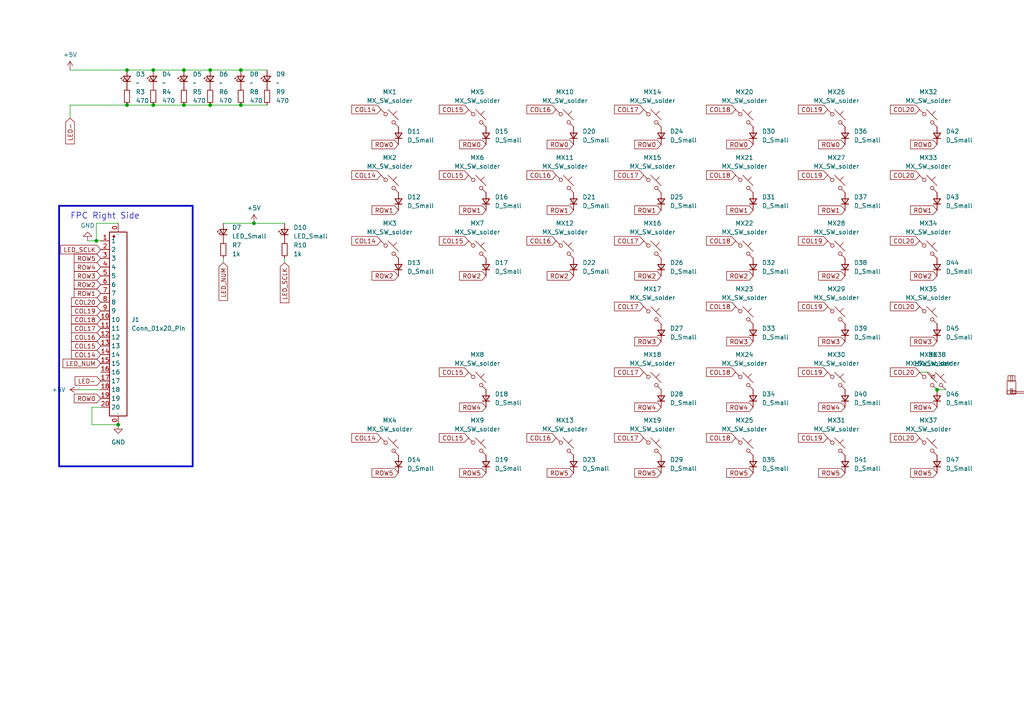
<source format=kicad_sch>
(kicad_sch (version 20231120) (generator "eeschema") (generator_version "8.0")
  (paper "A4")
  (lib_symbols
    (symbol "10051922-1210EHLF:10051922-2010EHLF"
      (property "Reference" "FPC?" (at 0 0 0))
      (property "Value" "10051922-2010EHLF" (at 0 0 0))
      (symbol "10051922-2010EHLF_0_0"
        (rectangle (start -2.54 25.4) (end 2.54 -27.94) (stroke (width 0.254)))
        (circle (center -1.27 24.13) (radius 0.254) (stroke (width 0.254)) (fill (type outline)))
        (pin unspecified line (at 0 -30.48 90) (length 2.54) (name "0") (number "0"))
        (pin unspecified line (at 0 27.94 270) (length 2.54) (name "0") (number "0"))
        (pin unspecified line (at -5.08 22.86 0) (length 2.54) (name "1") (number "1"))
        (pin unspecified line (at -5.08 0 0) (length 2.54) (name "10") (number "10"))
        (pin unspecified line (at -5.08 -2.54 0) (length 2.54) (name "11") (number "11"))
        (pin unspecified line (at -5.08 -5.08 0) (length 2.54) (name "12") (number "12"))
        (pin unspecified line (at -5.08 20.32 0) (length 2.54) (name "2") (number "2"))
        (pin unspecified line (at -5.08 17.78 0) (length 2.54) (name "3") (number "3"))
        (pin unspecified line (at -5.08 15.24 0) (length 2.54) (name "4") (number "4"))
        (pin unspecified line (at -5.08 12.7 0) (length 2.54) (name "5") (number "5"))
        (pin unspecified line (at -5.08 10.16 0) (length 2.54) (name "6") (number "6"))
        (pin unspecified line (at -5.08 7.62 0) (length 2.54) (name "7") (number "7"))
        (pin unspecified line (at -5.08 5.08 0) (length 2.54) (name "8") (number "8"))
        (pin unspecified line (at -5.08 2.54 0) (length 2.54) (name "9") (number "9"))
      )
      (symbol "10051922-2010EHLF_1_0"
        (pin unspecified line (at -5.08 -7.62 0) (length 2.54) (name "13") (number "13"))
        (pin unspecified line (at -5.08 -10.16 0) (length 2.54) (name "14") (number "14"))
        (pin unspecified line (at -5.08 -12.7 0) (length 2.54) (name "15") (number "15"))
        (pin unspecified line (at -5.08 -15.24 0) (length 2.54) (name "16") (number "16"))
        (pin unspecified line (at -5.08 -17.78 0) (length 2.54) (name "17") (number "17"))
        (pin unspecified line (at -5.08 -20.32 0) (length 2.54) (name "18") (number "18"))
        (pin unspecified line (at -5.08 -22.86 0) (length 2.54) (name "19") (number "19"))
        (pin unspecified line (at -5.08 -25.4 0) (length 2.54) (name "20") (number "20"))
      )
    )
    (symbol "Device:D_Small" (pin_numbers hide) (pin_names (offset 0.254) hide)
      (property "Reference" "D" (at -1.27 2.032 0))
      (property "Value" "D_Small" (at -3.81 -2.032 0))
      (symbol "D_Small_0_1"
        (polyline (pts (xy -0.762 -1.016) (xy -0.762 1.016)) (stroke (width 0.254)))
        (polyline (pts (xy -0.762 0) (xy 0.762 0)))
        (polyline (pts (xy 0.762 -1.016) (xy -0.762 0) (xy 0.762 1.016) (xy 0.762 -1.016)) (stroke (width 0.254)))
      )
      (symbol "D_Small_1_1"
        (pin passive line (at -2.54 0 0) (length 1.778) (name "K") (number "1"))
        (pin passive line (at 2.54 0 180) (length 1.778) (name "A") (number "2"))
      )
    )
    (symbol "Device:LED_Small" (pin_numbers hide) (pin_names (offset 0.254) hide)
      (property "Reference" "D" (at -1.27 3.175 0))
      (property "Value" "LED_Small" (at -4.445 -2.54 0))
      (symbol "LED_Small_0_1"
        (polyline (pts (xy -0.762 -1.016) (xy -0.762 1.016)) (stroke (width 0.254)))
        (polyline (pts (xy 1.016 0) (xy -0.762 0)))
        (polyline (pts (xy 0.762 -1.016) (xy -0.762 0) (xy 0.762 1.016) (xy 0.762 -1.016)) (stroke (width 0.254)))
        (polyline (pts (xy 0 0.762) (xy -0.508 1.27) (xy -0.254 1.27) (xy -0.508 1.27) (xy -0.508 1.016)))
        (polyline (pts (xy 0.508 1.27) (xy 0 1.778) (xy 0.254 1.778) (xy 0 1.778) (xy 0 1.524)))
      )
      (symbol "LED_Small_1_1"
        (pin passive line (at -2.54 0 0) (length 1.778) (name "K") (number "1"))
        (pin passive line (at 2.54 0 180) (length 1.778) (name "A") (number "2"))
      )
    )
    (symbol "Device:R_Small" (pin_numbers hide) (pin_names (offset 0.254) hide)
      (property "Reference" "R" (at 0.762 0.508 0))
      (property "Value" "R_Small" (at 0.762 -1.016 0))
      (symbol "R_Small_0_1"
        (rectangle (start -0.762 1.778) (end 0.762 -1.778) (stroke (width 0.2032)))
      )
      (symbol "R_Small_1_1"
        (pin passive line (at 0 2.54 270) (length 0.762) (name "~") (number "1"))
        (pin passive line (at 0 -2.54 90) (length 0.762) (name "~") (number "2"))
      )
    )
    (symbol "PCM_marbastlib-mx:MX_SW_solder" (pin_numbers hide) (pin_names (offset 1.016) hide)
      (property "Reference" "MX" (at 3.048 1.016 0))
      (property "Value" "MX_SW_solder" (at 0 -3.81 0))
      (symbol "MX_SW_solder_0_1"
        (circle (center -1.1684 1.1684) (radius 0.508))
        (polyline (pts (xy -0.508 2.54) (xy 2.54 -0.508)))
        (polyline (pts (xy 1.016 1.016) (xy 2.032 2.032)))
        (polyline (pts (xy -2.54 2.54) (xy -1.524 1.524) (xy -1.524 1.524)))
        (polyline (pts (xy 1.524 -1.524) (xy 2.54 -2.54) (xy 2.54 -2.54) (xy 2.54 -2.54)))
        (circle (center 1.143 -1.1938) (radius 0.508))
        (pin passive line (at -2.54 2.54 0) (length 0) (name "1") (number "1"))
        (pin passive line (at 2.54 -2.54 180) (length 0) (name "2") (number "2"))
      )
    )
    (symbol "PCM_marbastlib-mx:MX_stab" (pin_names (offset 1.016))
      (property "Reference" "S" (at -5.08 6.35 0))
      (property "Value" "MX_stab" (at -5.08 3.81 0))
      (symbol "MX_stab_0_1"
        (rectangle (start -5.08 -1.524) (end -2.54 -2.54))
        (rectangle (start -5.08 1.27) (end -2.54 -2.54))
        (rectangle (start -4.826 2.794) (end -2.794 1.27))
        (rectangle (start -4.064 -2.286) (end -3.556 -1.016))
        (rectangle (start -4.064 -1.778) (end 4.064 -2.286))
        (rectangle (start -4.064 1.27) (end -3.556 2.794))
        (rectangle (start 2.54 -1.524) (end 5.08 -2.54))
        (rectangle (start 2.54 1.27) (end 5.08 -2.54))
        (rectangle (start 2.794 2.794) (end 4.826 1.27))
        (rectangle (start 3.556 1.27) (end 4.064 2.794))
        (rectangle (start 4.064 -2.286) (end 3.556 -1.016))
      )
    )
    (symbol "power:+5V" (power) (pin_names (offset 0))
      (property "Value" "+5V" (at 0 3.556 0))
      (symbol "+5V_0_1"
        (polyline (pts (xy -0.762 1.27) (xy 0 2.54)))
        (polyline (pts (xy 0 0) (xy 0 2.54)))
        (polyline (pts (xy 0 2.54) (xy 0.762 1.27)))
      )
      (symbol "+5V_1_1"
        (pin power_in line (at 0 0 90) (length 0) hide (name "+5V") (number "1"))
      )
    )
    (symbol "power:GND" (power) (pin_names (offset 0))
      (property "Value" "GND" (at 0 -3.81 0))
      (symbol "GND_0_1"
        (polyline (pts (xy 0 0) (xy 0 -1.27) (xy 1.27 -1.27) (xy 0 -2.54) (xy -1.27 -1.27) (xy 0 -1.27)))
      )
      (symbol "GND_1_1"
        (pin power_in line (at 0 0 270) (length 0) hide (name "GND") (number "1"))
      )
    )
  )
  (junction (at 60.96 20.32))
  (junction (at 36.83 30.48))
  (junction (at 53.34 30.48))
  (junction (at 53.34 20.32))
  (junction (at 271.78 113.03))
  (junction (at 69.85 20.32))
  (junction (at 44.45 20.32))
  (junction (at 60.96 30.48))
  (junction (at 73.66 64.77))
  (junction (at 36.83 20.32))
  (junction (at 34.29 123.19))
  (junction (at 27.94 69.85))
  (junction (at 44.45 30.48))
  (junction (at 69.85 30.48))
  (wire (pts (xy 25.4 69.85) (xy 27.94 69.85)))
  (wire (pts (xy 73.66 64.77) (xy 82.55 64.77)))
  (wire (pts (xy 44.45 30.48) (xy 53.34 30.48)))
  (wire (pts (xy 26.67 118.11) (xy 29.21 118.11)))
  (wire (pts (xy 27.94 69.85) (xy 27.94 64.77)))
  (wire (pts (xy 26.67 123.19) (xy 34.29 123.19)))
  (wire (pts (xy 266.7 107.95) (xy 269.24 107.95)))
  (wire (pts (xy 36.83 30.48) (xy 44.45 30.48)))
  (wire (pts (xy 53.34 30.48) (xy 60.96 30.48)))
  (wire (pts (xy 82.55 74.93) (xy 82.55 76.2)))
  (wire (pts (xy 69.85 20.32) (xy 77.47 20.32)))
  (wire (pts (xy 271.78 113.03) (xy 274.32 113.03)))
  (wire (pts (xy 26.67 118.11) (xy 26.67 123.19)))
  (wire (pts (xy 20.32 20.32) (xy 36.83 20.32)))
  (wire (pts (xy 22.86 113.03) (xy 29.21 113.03)))
  (wire (pts (xy 27.94 64.77) (xy 34.29 64.77)))
  (wire (pts (xy 53.34 20.32) (xy 60.96 20.32)))
  (wire (pts (xy 20.32 30.48) (xy 20.32 34.29)))
  (wire (pts (xy 64.77 64.77) (xy 73.66 64.77)))
  (wire (pts (xy 69.85 30.48) (xy 77.47 30.48)))
  (wire (pts (xy 60.96 30.48) (xy 69.85 30.48)))
  (wire (pts (xy 64.77 74.93) (xy 64.77 76.2)))
  (wire (pts (xy 44.45 20.32) (xy 53.34 20.32)))
  (wire (pts (xy 36.83 20.32) (xy 44.45 20.32)))
  (wire (pts (xy 60.96 20.32) (xy 69.85 20.32)))
  (wire (pts (xy 20.32 30.48) (xy 36.83 30.48)))
  (wire (pts (xy 27.94 69.85) (xy 29.21 69.85)))
  (rectangle (start 17.145 59.69) (end 55.88 135.255) (stroke (width 0.5)))
  (text "FPC Right Side" (at 30.48 62.738 0) (effects (font (size 1.75 1.75))))
  (global_label "LED-" (shape input) (at 29.21 110.49 180) (property "Intersheetrefs" "${INTERSHEET_REFS}" (effects (hide yes))))
  (global_label "ROW0" (shape input) (at 245.11 41.91 180) (property "Intersheetrefs" "${INTERSHEET_REFS}" (effects (hide yes))))
  (global_label "COL19" (shape input) (at 240.03 50.8 180) (property "Intersheetrefs" "${INTERSHEET_REFS}" (effects (hide yes))))
  (global_label "COL14" (shape input) (at 110.49 127 180) (property "Intersheetrefs" "${INTERSHEET_REFS}" (effects (hide yes))))
  (global_label "COL15" (shape input) (at 135.89 107.95 180) (property "Intersheetrefs" "${INTERSHEET_REFS}" (effects (hide yes))))
  (global_label "ROW0" (shape input) (at 166.37 41.91 180) (property "Intersheetrefs" "${INTERSHEET_REFS}" (effects (hide yes))))
  (global_label "COL17" (shape input) (at 186.69 107.95 180) (property "Intersheetrefs" "${INTERSHEET_REFS}" (effects (hide yes))))
  (global_label "ROW3" (shape input) (at 191.77 99.06 180) (property "Intersheetrefs" "${INTERSHEET_REFS}" (effects (hide yes))))
  (global_label "ROW5" (shape input) (at 218.44 137.16 180) (property "Intersheetrefs" "${INTERSHEET_REFS}" (effects (hide yes))))
  (global_label "ROW5" (shape input) (at 166.37 137.16 180) (property "Intersheetrefs" "${INTERSHEET_REFS}" (effects (hide yes))))
  (global_label "ROW5" (shape input) (at 245.11 137.16 180) (property "Intersheetrefs" "${INTERSHEET_REFS}" (effects (hide yes))))
  (global_label "COL14" (shape input) (at 29.21 102.87 180) (property "Intersheetrefs" "${INTERSHEET_REFS}" (effects (hide yes))))
  (global_label "COL20" (shape input) (at 266.7 88.9 180) (property "Intersheetrefs" "${INTERSHEET_REFS}" (effects (hide yes))))
  (global_label "COL17" (shape input) (at 186.69 31.75 180) (property "Intersheetrefs" "${INTERSHEET_REFS}" (effects (hide yes))))
  (global_label "COL17" (shape input) (at 186.69 88.9 180) (property "Intersheetrefs" "${INTERSHEET_REFS}" (effects (hide yes))))
  (global_label "COL20" (shape input) (at 29.21 87.63 180) (property "Intersheetrefs" "${INTERSHEET_REFS}" (effects (hide yes))))
  (global_label "ROW2" (shape input) (at 245.11 80.01 180) (property "Intersheetrefs" "${INTERSHEET_REFS}" (effects (hide yes))))
  (global_label "ROW1" (shape input) (at 191.77 60.96 180) (property "Intersheetrefs" "${INTERSHEET_REFS}" (effects (hide yes))))
  (global_label "COL18" (shape input) (at 213.36 31.75 180) (property "Intersheetrefs" "${INTERSHEET_REFS}" (effects (hide yes))))
  (global_label "COL20" (shape input) (at 266.7 50.8 180) (property "Intersheetrefs" "${INTERSHEET_REFS}" (effects (hide yes))))
  (global_label "COL17" (shape input) (at 29.21 95.25 180) (property "Intersheetrefs" "${INTERSHEET_REFS}" (effects (hide yes))))
  (global_label "COL20" (shape input) (at 266.7 127 180) (property "Intersheetrefs" "${INTERSHEET_REFS}" (effects (hide yes))))
  (global_label "ROW2" (shape input) (at 140.97 80.01 180) (property "Intersheetrefs" "${INTERSHEET_REFS}" (effects (hide yes))))
  (global_label "COL15" (shape input) (at 135.89 69.85 180) (property "Intersheetrefs" "${INTERSHEET_REFS}" (effects (hide yes))))
  (global_label "LED_SCLK" (shape input) (at 29.21 72.39 180) (property "Intersheetrefs" "${INTERSHEET_REFS}" (effects (hide yes))))
  (global_label "ROW3" (shape input) (at 29.21 80.01 180) (property "Intersheetrefs" "${INTERSHEET_REFS}" (effects (hide yes))))
  (global_label "COL20" (shape input) (at 266.7 31.75 180) (property "Intersheetrefs" "${INTERSHEET_REFS}" (effects (hide yes))))
  (global_label "COL15" (shape input) (at 29.21 100.33 180) (property "Intersheetrefs" "${INTERSHEET_REFS}" (effects (hide yes))))
  (global_label "ROW4" (shape input) (at 140.97 118.11 180) (property "Intersheetrefs" "${INTERSHEET_REFS}" (effects (hide yes))))
  (global_label "ROW4" (shape input) (at 245.11 118.11 180) (property "Intersheetrefs" "${INTERSHEET_REFS}" (effects (hide yes))))
  (global_label "ROW1" (shape input) (at 245.11 60.96 180) (property "Intersheetrefs" "${INTERSHEET_REFS}" (effects (hide yes))))
  (global_label "COL16" (shape input) (at 161.29 69.85 180) (property "Intersheetrefs" "${INTERSHEET_REFS}" (effects (hide yes))))
  (global_label "ROW0" (shape input) (at 140.97 41.91 180) (property "Intersheetrefs" "${INTERSHEET_REFS}" (effects (hide yes))))
  (global_label "COL19" (shape input) (at 240.03 31.75 180) (property "Intersheetrefs" "${INTERSHEET_REFS}" (effects (hide yes))))
  (global_label "ROW2" (shape input) (at 166.37 80.01 180) (property "Intersheetrefs" "${INTERSHEET_REFS}" (effects (hide yes))))
  (global_label "LED-" (shape input) (at 20.32 34.29 270) (property "Intersheetrefs" "${INTERSHEET_REFS}" (effects (hide yes))))
  (global_label "COL14" (shape input) (at 110.49 31.75 180) (property "Intersheetrefs" "${INTERSHEET_REFS}" (effects (hide yes))))
  (global_label "ROW4" (shape input) (at 218.44 118.11 180) (property "Intersheetrefs" "${INTERSHEET_REFS}" (effects (hide yes))))
  (global_label "ROW1" (shape input) (at 166.37 60.96 180) (property "Intersheetrefs" "${INTERSHEET_REFS}" (effects (hide yes))))
  (global_label "ROW3" (shape input) (at 271.78 99.06 180) (property "Intersheetrefs" "${INTERSHEET_REFS}" (effects (hide yes))))
  (global_label "ROW0" (shape input) (at 29.21 115.57 180) (property "Intersheetrefs" "${INTERSHEET_REFS}" (effects (hide yes))))
  (global_label "ROW5" (shape input) (at 29.21 74.93 180) (property "Intersheetrefs" "${INTERSHEET_REFS}" (effects (hide yes))))
  (global_label "COL14" (shape input) (at 110.49 69.85 180) (property "Intersheetrefs" "${INTERSHEET_REFS}" (effects (hide yes))))
  (global_label "COL18" (shape input) (at 213.36 107.95 180) (property "Intersheetrefs" "${INTERSHEET_REFS}" (effects (hide yes))))
  (global_label "COL16" (shape input) (at 161.29 31.75 180) (property "Intersheetrefs" "${INTERSHEET_REFS}" (effects (hide yes))))
  (global_label "ROW3" (shape input) (at 245.11 99.06 180) (property "Intersheetrefs" "${INTERSHEET_REFS}" (effects (hide yes))))
  (global_label "LED_NUM" (shape input) (at 29.21 105.41 180) (property "Intersheetrefs" "${INTERSHEET_REFS}" (effects (hide yes))))
  (global_label "ROW5" (shape input) (at 115.57 137.16 180) (property "Intersheetrefs" "${INTERSHEET_REFS}" (effects (hide yes))))
  (global_label "ROW3" (shape input) (at 218.44 99.06 180) (property "Intersheetrefs" "${INTERSHEET_REFS}" (effects (hide yes))))
  (global_label "COL16" (shape input) (at 161.29 50.8 180) (property "Intersheetrefs" "${INTERSHEET_REFS}" (effects (hide yes))))
  (global_label "COL19" (shape input) (at 240.03 127 180) (property "Intersheetrefs" "${INTERSHEET_REFS}" (effects (hide yes))))
  (global_label "COL19" (shape input) (at 240.03 88.9 180) (property "Intersheetrefs" "${INTERSHEET_REFS}" (effects (hide yes))))
  (global_label "COL17" (shape input) (at 186.69 50.8 180) (property "Intersheetrefs" "${INTERSHEET_REFS}" (effects (hide yes))))
  (global_label "COL18" (shape input) (at 29.21 92.71 180) (property "Intersheetrefs" "${INTERSHEET_REFS}" (effects (hide yes))))
  (global_label "COL18" (shape input) (at 213.36 127 180) (property "Intersheetrefs" "${INTERSHEET_REFS}" (effects (hide yes))))
  (global_label "COL15" (shape input) (at 135.89 31.75 180) (property "Intersheetrefs" "${INTERSHEET_REFS}" (effects (hide yes))))
  (global_label "COL18" (shape input) (at 213.36 50.8 180) (property "Intersheetrefs" "${INTERSHEET_REFS}" (effects (hide yes))))
  (global_label "ROW4" (shape input) (at 29.21 77.47 180) (property "Intersheetrefs" "${INTERSHEET_REFS}" (effects (hide yes))))
  (global_label "ROW1" (shape input) (at 271.78 60.96 180) (property "Intersheetrefs" "${INTERSHEET_REFS}" (effects (hide yes))))
  (global_label "ROW1" (shape input) (at 140.97 60.96 180) (property "Intersheetrefs" "${INTERSHEET_REFS}" (effects (hide yes))))
  (global_label "COL19" (shape input) (at 240.03 107.95 180) (property "Intersheetrefs" "${INTERSHEET_REFS}" (effects (hide yes))))
  (global_label "COL15" (shape input) (at 135.89 50.8 180) (property "Intersheetrefs" "${INTERSHEET_REFS}" (effects (hide yes))))
  (global_label "ROW5" (shape input) (at 191.77 137.16 180) (property "Intersheetrefs" "${INTERSHEET_REFS}" (effects (hide yes))))
  (global_label "COL20" (shape input) (at 266.7 107.95 180) (property "Intersheetrefs" "${INTERSHEET_REFS}" (effects (hide yes))))
  (global_label "ROW5" (shape input) (at 271.78 137.16 180) (property "Intersheetrefs" "${INTERSHEET_REFS}" (effects (hide yes))))
  (global_label "COL16" (shape input) (at 29.21 97.79 180) (property "Intersheetrefs" "${INTERSHEET_REFS}" (effects (hide yes))))
  (global_label "COL17" (shape input) (at 186.69 69.85 180) (property "Intersheetrefs" "${INTERSHEET_REFS}" (effects (hide yes))))
  (global_label "ROW2" (shape input) (at 191.77 80.01 180) (property "Intersheetrefs" "${INTERSHEET_REFS}" (effects (hide yes))))
  (global_label "COL16" (shape input) (at 161.29 127 180) (property "Intersheetrefs" "${INTERSHEET_REFS}" (effects (hide yes))))
  (global_label "ROW5" (shape input) (at 140.97 137.16 180) (property "Intersheetrefs" "${INTERSHEET_REFS}" (effects (hide yes))))
  (global_label "LED_NUM" (shape input) (at 64.77 76.2 270) (property "Intersheetrefs" "${INTERSHEET_REFS}" (effects (hide yes))))
  (global_label "ROW1" (shape input) (at 115.57 60.96 180) (property "Intersheetrefs" "${INTERSHEET_REFS}" (effects (hide yes))))
  (global_label "ROW2" (shape input) (at 218.44 80.01 180) (property "Intersheetrefs" "${INTERSHEET_REFS}" (effects (hide yes))))
  (global_label "COL14" (shape input) (at 110.49 50.8 180) (property "Intersheetrefs" "${INTERSHEET_REFS}" (effects (hide yes))))
  (global_label "ROW0" (shape input) (at 271.78 41.91 180) (property "Intersheetrefs" "${INTERSHEET_REFS}" (effects (hide yes))))
  (global_label "COL18" (shape input) (at 213.36 88.9 180) (property "Intersheetrefs" "${INTERSHEET_REFS}" (effects (hide yes))))
  (global_label "COL20" (shape input) (at 266.7 69.85 180) (property "Intersheetrefs" "${INTERSHEET_REFS}" (effects (hide yes))))
  (global_label "COL19" (shape input) (at 240.03 69.85 180) (property "Intersheetrefs" "${INTERSHEET_REFS}" (effects (hide yes))))
  (global_label "ROW2" (shape input) (at 115.57 80.01 180) (property "Intersheetrefs" "${INTERSHEET_REFS}" (effects (hide yes))))
  (global_label "ROW1" (shape input) (at 29.21 85.09 180) (property "Intersheetrefs" "${INTERSHEET_REFS}" (effects (hide yes))))
  (global_label "ROW4" (shape input) (at 191.77 118.11 180) (property "Intersheetrefs" "${INTERSHEET_REFS}" (effects (hide yes))))
  (global_label "COL15" (shape input) (at 135.89 127 180) (property "Intersheetrefs" "${INTERSHEET_REFS}" (effects (hide yes))))
  (global_label "ROW2" (shape input) (at 271.78 80.01 180) (property "Intersheetrefs" "${INTERSHEET_REFS}" (effects (hide yes))))
  (global_label "ROW4" (shape input) (at 271.78 118.11 180) (property "Intersheetrefs" "${INTERSHEET_REFS}" (effects (hide yes))))
  (global_label "COL18" (shape input) (at 213.36 69.85 180) (property "Intersheetrefs" "${INTERSHEET_REFS}" (effects (hide yes))))
  (global_label "COL19" (shape input) (at 29.21 90.17 180) (property "Intersheetrefs" "${INTERSHEET_REFS}" (effects (hide yes))))
  (global_label "ROW0" (shape input) (at 218.44 41.91 180) (property "Intersheetrefs" "${INTERSHEET_REFS}" (effects (hide yes))))
  (global_label "ROW0" (shape input) (at 191.77 41.91 180) (property "Intersheetrefs" "${INTERSHEET_REFS}" (effects (hide yes))))
  (global_label "ROW0" (shape input) (at 115.57 41.91 180) (property "Intersheetrefs" "${INTERSHEET_REFS}" (effects (hide yes))))
  (global_label "ROW2" (shape input) (at 29.21 82.55 180) (property "Intersheetrefs" "${INTERSHEET_REFS}" (effects (hide yes))))
  (global_label "LED_SCLK" (shape input) (at 82.55 76.2 270) (property "Intersheetrefs" "${INTERSHEET_REFS}" (effects (hide yes))))
  (global_label "ROW1" (shape input) (at 218.44 60.96 180) (property "Intersheetrefs" "${INTERSHEET_REFS}" (effects (hide yes))))
  (global_label "COL17" (shape input) (at 186.69 127 180) (property "Intersheetrefs" "${INTERSHEET_REFS}" (effects (hide yes))))
  (symbol (lib_id "Device:D_Small") (at 140.97 58.42 90) (unit 1)
    (property "Reference" "D16" (at 143.51 57.1499 90) (effects (justify right)))
    (property "Value" "D_Small" (at 143.51 59.6899 90) (effects (justify right)))
    (property "Footprint" "alcatel:D_SOD-123_ShiftedSilkscreen" (effects (hide yes)))
    (property "Description" "Diode, small symbol" (effects (hide yes)))
    (property "Sim.Device" "D" (effects (hide yes)))
    (property "Sim.Pins" "1=K 2=A" (effects (hide yes)))
  )
  (symbol (lib_id "PCM_marbastlib-mx:MX_SW_solder") (at 269.24 53.34 0) (unit 1)
    (property "Reference" "MX33" (at 269.24 45.72 0))
    (property "Value" "MX_SW_solder" (at 269.24 48.26 0))
    (property "Footprint" "PCM_marbastlib-mx:SW_MX_1u" (effects (hide yes)))
    (property "Description" "Push button switch, normally open, two pins, 45° tilted" (effects (hide yes)))
  )
  (symbol (lib_id "PCM_marbastlib-mx:MX_SW_solder") (at 113.03 34.29 0) (unit 1)
    (property "Reference" "MX1" (at 113.03 26.67 0))
    (property "Value" "MX_SW_solder" (at 113.03 29.21 0))
    (property "Footprint" "PCM_marbastlib-mx:SW_MX_1u" (effects (hide yes)))
    (property "Description" "Push button switch, normally open, two pins, 45° tilted" (effects (hide yes)))
  )
  (symbol (lib_id "Device:D_Small") (at 140.97 77.47 90) (unit 1)
    (property "Reference" "D17" (at 143.51 76.1999 90) (effects (justify right)))
    (property "Value" "D_Small" (at 143.51 78.7399 90) (effects (justify right)))
    (property "Footprint" "alcatel:D_SOD-123_ShiftedSilkscreen" (effects (hide yes)))
    (property "Description" "Diode, small symbol" (effects (hide yes)))
    (property "Sim.Device" "D" (effects (hide yes)))
    (property "Sim.Pins" "1=K 2=A" (effects (hide yes)))
  )
  (symbol (lib_id "Device:D_Small") (at 140.97 39.37 90) (unit 1)
    (property "Reference" "D15" (at 143.51 38.0999 90) (effects (justify right)))
    (property "Value" "D_Small" (at 143.51 40.6399 90) (effects (justify right)))
    (property "Footprint" "alcatel:D_SOD-123_ShiftedSilkscreen" (effects (hide yes)))
    (property "Description" "Diode, small symbol" (effects (hide yes)))
    (property "Sim.Device" "D" (effects (hide yes)))
    (property "Sim.Pins" "1=K 2=A" (effects (hide yes)))
  )
  (symbol (lib_id "Device:R_Small") (at 77.47 27.94 0) (unit 1)
    (property "Reference" "R9" (at 80.01 26.6699 0) (effects (justify left)))
    (property "Value" "470" (at 80.01 29.2099 0) (effects (justify left)))
    (property "Footprint" "Resistor_SMD:R_0805_2012Metric" (effects (hide yes)))
    (property "Description" "Resistor, small symbol" (effects (hide yes)))
  )
  (symbol (lib_id "Device:D_Small") (at 191.77 115.57 90) (unit 1)
    (property "Reference" "D28" (at 194.31 114.2999 90) (effects (justify right)))
    (property "Value" "D_Small" (at 194.31 116.8399 90) (effects (justify right)))
    (property "Footprint" "alcatel:D_SOD-123_ShiftedSilkscreen" (effects (hide yes)))
    (property "Description" "Diode, small symbol" (effects (hide yes)))
    (property "Sim.Device" "D" (effects (hide yes)))
    (property "Sim.Pins" "1=K 2=A" (effects (hide yes)))
  )
  (symbol (lib_id "Device:D_Small") (at 166.37 58.42 90) (unit 1)
    (property "Reference" "D21" (at 168.91 57.1499 90) (effects (justify right)))
    (property "Value" "D_Small" (at 168.91 59.6899 90) (effects (justify right)))
    (property "Footprint" "alcatel:D_SOD-123_ShiftedSilkscreen" (effects (hide yes)))
    (property "Description" "Diode, small symbol" (effects (hide yes)))
    (property "Sim.Device" "D" (effects (hide yes)))
    (property "Sim.Pins" "1=K 2=A" (effects (hide yes)))
  )
  (symbol (lib_id "PCM_marbastlib-mx:MX_SW_solder") (at 138.43 110.49 0) (unit 1)
    (property "Reference" "MX8" (at 138.43 102.87 0))
    (property "Value" "MX_SW_solder" (at 138.43 105.41 0))
    (property "Footprint" "PCM_marbastlib-mx:SW_MX_1u" (effects (hide yes)))
    (property "Description" "Push button switch, normally open, two pins, 45° tilted" (effects (hide yes)))
  )
  (symbol (lib_id "PCM_marbastlib-mx:MX_SW_solder") (at 242.57 129.54 0) (unit 1)
    (property "Reference" "MX31" (at 242.57 121.92 0))
    (property "Value" "MX_SW_solder" (at 242.57 124.46 0))
    (property "Footprint" "PCM_marbastlib-mx:SW_MX_1u" (effects (hide yes)))
    (property "Description" "Push button switch, normally open, two pins, 45° tilted" (effects (hide yes)))
  )
  (symbol (lib_id "PCM_marbastlib-mx:MX_SW_solder") (at 113.03 53.34 0) (unit 1)
    (property "Reference" "MX2" (at 113.03 45.72 0))
    (property "Value" "MX_SW_solder" (at 113.03 48.26 0))
    (property "Footprint" "PCM_marbastlib-mx:SW_MX_1u" (effects (hide yes)))
    (property "Description" "Push button switch, normally open, two pins, 45° tilted" (effects (hide yes)))
  )
  (symbol (lib_id "Device:D_Small") (at 140.97 115.57 90) (unit 1)
    (property "Reference" "D18" (at 143.51 114.2999 90) (effects (justify right)))
    (property "Value" "D_Small" (at 143.51 116.8399 90) (effects (justify right)))
    (property "Footprint" "alcatel:D_SOD-123_ShiftedSilkscreen" (effects (hide yes)))
    (property "Description" "Diode, small symbol" (effects (hide yes)))
    (property "Sim.Device" "D" (effects (hide yes)))
    (property "Sim.Pins" "1=K 2=A" (effects (hide yes)))
  )
  (symbol (lib_id "PCM_marbastlib-mx:MX_SW_solder") (at 189.23 34.29 0) (unit 1)
    (property "Reference" "MX14" (at 189.23 26.67 0))
    (property "Value" "MX_SW_solder" (at 189.23 29.21 0))
    (property "Footprint" "PCM_marbastlib-mx:SW_MX_1u" (effects (hide yes)))
    (property "Description" "Push button switch, normally open, two pins, 45° tilted" (effects (hide yes)))
  )
  (symbol (lib_id "Device:LED_Small") (at 64.77 67.31 90) (unit 1)
    (property "Reference" "D7" (at 67.31 65.9764 90) (effects (justify right)))
    (property "Value" "LED_Small" (at 67.31 68.5164 90) (effects (justify right)))
    (property "Footprint" "alcatel:LED_MX_3mm_Offset" (effects (hide yes)))
    (property "Description" "Light emitting diode, small symbol" (effects (hide yes)))
  )
  (symbol (lib_id "PCM_marbastlib-mx:MX_SW_solder") (at 242.57 34.29 0) (unit 1)
    (property "Reference" "MX26" (at 242.57 26.67 0))
    (property "Value" "MX_SW_solder" (at 242.57 29.21 0))
    (property "Footprint" "PCM_marbastlib-mx:SW_MX_1u" (effects (hide yes)))
    (property "Description" "Push button switch, normally open, two pins, 45° tilted" (effects (hide yes)))
  )
  (symbol (lib_id "PCM_marbastlib-mx:MX_SW_solder") (at 189.23 53.34 0) (unit 1)
    (property "Reference" "MX15" (at 189.23 45.72 0))
    (property "Value" "MX_SW_solder" (at 189.23 48.26 0))
    (property "Footprint" "PCM_marbastlib-mx:SW_MX_1u" (effects (hide yes)))
    (property "Description" "Push button switch, normally open, two pins, 45° tilted" (effects (hide yes)))
  )
  (symbol (lib_id "PCM_marbastlib-mx:MX_SW_solder") (at 242.57 91.44 0) (unit 1)
    (property "Reference" "MX29" (at 242.57 83.82 0))
    (property "Value" "MX_SW_solder" (at 242.57 86.36 0))
    (property "Footprint" "PCM_marbastlib-mx:SW_MX_1u" (effects (hide yes)))
    (property "Description" "Push button switch, normally open, two pins, 45° tilted" (effects (hide yes)))
  )
  (symbol (lib_id "Device:D_Small") (at 271.78 39.37 90) (unit 1)
    (property "Reference" "D42" (at 274.32 38.0999 90) (effects (justify right)))
    (property "Value" "D_Small" (at 274.32 40.6399 90) (effects (justify right)))
    (property "Footprint" "alcatel:D_SOD-123_ShiftedSilkscreen" (effects (hide yes)))
    (property "Description" "Diode, small symbol" (effects (hide yes)))
    (property "Sim.Device" "D" (effects (hide yes)))
    (property "Sim.Pins" "1=K 2=A" (effects (hide yes)))
  )
  (symbol (lib_id "PCM_marbastlib-mx:MX_SW_solder") (at 189.23 110.49 0) (unit 1)
    (property "Reference" "MX18" (at 189.23 102.87 0))
    (property "Value" "MX_SW_solder" (at 189.23 105.41 0))
    (property "Footprint" "PCM_marbastlib-mx:SW_MX_1u" (effects (hide yes)))
    (property "Description" "Push button switch, normally open, two pins, 45° tilted" (effects (hide yes)))
  )
  (symbol (lib_id "Device:D_Small") (at 218.44 58.42 90) (unit 1)
    (property "Reference" "D31" (at 220.98 57.1499 90) (effects (justify right)))
    (property "Value" "D_Small" (at 220.98 59.6899 90) (effects (justify right)))
    (property "Footprint" "alcatel:D_SOD-123_ShiftedSilkscreen" (effects (hide yes)))
    (property "Description" "Diode, small symbol" (effects (hide yes)))
    (property "Sim.Device" "D" (effects (hide yes)))
    (property "Sim.Pins" "1=K 2=A" (effects (hide yes)))
  )
  (symbol (lib_id "Device:R_Small") (at 69.85 27.94 0) (unit 1)
    (property "Reference" "R8" (at 72.39 26.6699 0) (effects (justify left)))
    (property "Value" "470" (at 72.39 29.2099 0) (effects (justify left)))
    (property "Footprint" "Resistor_SMD:R_0805_2012Metric" (effects (hide yes)))
    (property "Description" "Resistor, small symbol" (effects (hide yes)))
  )
  (symbol (lib_id "PCM_marbastlib-mx:MX_SW_solder") (at 242.57 72.39 0) (unit 1)
    (property "Reference" "MX28" (at 242.57 64.77 0))
    (property "Value" "MX_SW_solder" (at 242.57 67.31 0))
    (property "Footprint" "PCM_marbastlib-mx:SW_MX_1u" (effects (hide yes)))
    (property "Description" "Push button switch, normally open, two pins, 45° tilted" (effects (hide yes)))
  )
  (symbol (lib_id "Device:LED_Small") (at 69.85 22.86 90) (unit 1)
    (property "Reference" "D8" (at 72.39 21.5264 90) (effects (justify right)))
    (property "Value" "~" (at 72.39 24.0664 90) (effects (justify right)))
    (property "Footprint" "alcatel:LED_MX_3mm_Offset" (effects (hide yes)))
    (property "Description" "Light emitting diode, small symbol" (effects (hide yes)))
  )
  (symbol (lib_id "Device:LED_Small") (at 60.96 22.86 90) (unit 1)
    (property "Reference" "D6" (at 63.5 21.5264 90) (effects (justify right)))
    (property "Value" "~" (at 63.5 24.0664 90) (effects (justify right)))
    (property "Footprint" "alcatel:LED_MX_3mm_Offset" (effects (hide yes)))
    (property "Description" "Light emitting diode, small symbol" (effects (hide yes)))
  )
  (symbol (lib_id "Device:D_Small") (at 218.44 96.52 90) (unit 1)
    (property "Reference" "D33" (at 220.98 95.2499 90) (effects (justify right)))
    (property "Value" "D_Small" (at 220.98 97.7899 90) (effects (justify right)))
    (property "Footprint" "alcatel:D_SOD-123_ShiftedSilkscreen" (effects (hide yes)))
    (property "Description" "Diode, small symbol" (effects (hide yes)))
    (property "Sim.Device" "D" (effects (hide yes)))
    (property "Sim.Pins" "1=K 2=A" (effects (hide yes)))
  )
  (symbol (lib_id "Device:LED_Small") (at 77.47 22.86 90) (unit 1)
    (property "Reference" "D9" (at 80.01 21.5264 90) (effects (justify right)))
    (property "Value" "~" (at 80.01 24.0664 90) (effects (justify right)))
    (property "Footprint" "alcatel:LED_MX_3mm_Offset" (effects (hide yes)))
    (property "Description" "Light emitting diode, small symbol" (effects (hide yes)))
  )
  (symbol (lib_id "PCM_marbastlib-mx:MX_SW_solder") (at 113.03 72.39 0) (unit 1)
    (property "Reference" "MX3" (at 113.03 64.77 0))
    (property "Value" "MX_SW_solder" (at 113.03 67.31 0))
    (property "Footprint" "PCM_marbastlib-mx:SW_MX_1u" (effects (hide yes)))
    (property "Description" "Push button switch, normally open, two pins, 45° tilted" (effects (hide yes)))
  )
  (symbol (lib_id "10051922-1210EHLF:10051922-2010EHLF") (at 34.29 92.71 0) (unit 1)
    (property "Reference" "J1" (at 38.1 92.7099 0) (effects (justify left)))
    (property "Value" "Conn_01x20_Pin" (at 38.1 95.2499 0) (effects (justify left)))
    (property "Footprint" "10051922-1210EHLF:CONN-SMD_20P-P0.50_10051922-2010ELF" (effects (hide yes)))
    (property "Description" "Generic connector, single row, 01x12, script generated" (effects (hide yes)))
  )
  (symbol (lib_id "PCM_marbastlib-mx:MX_SW_solder") (at 269.24 110.49 0) (unit 1)
    (property "Reference" "MX36" (at 269.24 102.87 0))
    (property "Value" "MX_SW_solder" (at 269.24 105.41 0))
    (property "Footprint" "PCM_marbastlib-mx:SW_MX_1u" (effects (hide yes)))
    (property "Description" "Push button switch, normally open, two pins, 45° tilted" (effects (hide yes)))
  )
  (symbol (lib_id "power:+5V") (at 73.66 64.77 0) (unit 1)
    (property "Reference" "#PWR02" (effects (hide yes)))
    (property "Value" "+5V" (at 73.66 60.325 0))
  )
  (symbol (lib_id "Device:D_Small") (at 218.44 134.62 90) (unit 1)
    (property "Reference" "D35" (at 220.98 133.3499 90) (effects (justify right)))
    (property "Value" "D_Small" (at 220.98 135.8899 90) (effects (justify right)))
    (property "Footprint" "alcatel:D_SOD-123_ShiftedSilkscreen" (effects (hide yes)))
    (property "Description" "Diode, small symbol" (effects (hide yes)))
    (property "Sim.Device" "D" (effects (hide yes)))
    (property "Sim.Pins" "1=K 2=A" (effects (hide yes)))
  )
  (symbol (lib_id "PCM_marbastlib-mx:MX_SW_solder") (at 215.9 129.54 0) (unit 1)
    (property "Reference" "MX25" (at 215.9 121.92 0))
    (property "Value" "MX_SW_solder" (at 215.9 124.46 0))
    (property "Footprint" "PCM_marbastlib-mx:SW_MX_1u" (effects (hide yes)))
    (property "Description" "Push button switch, normally open, two pins, 45° tilted" (effects (hide yes)))
  )
  (symbol (lib_id "Device:R_Small") (at 60.96 27.94 0) (unit 1)
    (property "Reference" "R6" (at 63.5 26.6699 0) (effects (justify left)))
    (property "Value" "470" (at 63.5 29.2099 0) (effects (justify left)))
    (property "Footprint" "Resistor_SMD:R_0805_2012Metric" (effects (hide yes)))
    (property "Description" "Resistor, small symbol" (effects (hide yes)))
  )
  (symbol (lib_id "Device:D_Small") (at 166.37 39.37 90) (unit 1)
    (property "Reference" "D20" (at 168.91 38.0999 90) (effects (justify right)))
    (property "Value" "D_Small" (at 168.91 40.6399 90) (effects (justify right)))
    (property "Footprint" "alcatel:D_SOD-123_ShiftedSilkscreen" (effects (hide yes)))
    (property "Description" "Diode, small symbol" (effects (hide yes)))
    (property "Sim.Device" "D" (effects (hide yes)))
    (property "Sim.Pins" "1=K 2=A" (effects (hide yes)))
  )
  (symbol (lib_id "PCM_marbastlib-mx:MX_SW_solder") (at 189.23 129.54 0) (unit 1)
    (property "Reference" "MX19" (at 189.23 121.92 0))
    (property "Value" "MX_SW_solder" (at 189.23 124.46 0))
    (property "Footprint" "PCM_marbastlib-mx:SW_MX_1u" (effects (hide yes)))
    (property "Description" "Push button switch, normally open, two pins, 45° tilted" (effects (hide yes)))
  )
  (symbol (lib_id "Device:D_Small") (at 191.77 134.62 90) (unit 1)
    (property "Reference" "D29" (at 194.31 133.3499 90) (effects (justify right)))
    (property "Value" "D_Small" (at 194.31 135.8899 90) (effects (justify right)))
    (property "Footprint" "alcatel:D_SOD-123_ShiftedSilkscreen" (effects (hide yes)))
    (property "Description" "Diode, small symbol" (effects (hide yes)))
    (property "Sim.Device" "D" (effects (hide yes)))
    (property "Sim.Pins" "1=K 2=A" (effects (hide yes)))
  )
  (symbol (lib_id "PCM_marbastlib-mx:MX_SW_solder") (at 215.9 72.39 0) (unit 1)
    (property "Reference" "MX22" (at 215.9 64.77 0))
    (property "Value" "MX_SW_solder" (at 215.9 67.31 0))
    (property "Footprint" "PCM_marbastlib-mx:SW_MX_1u" (effects (hide yes)))
    (property "Description" "Push button switch, normally open, two pins, 45° tilted" (effects (hide yes)))
  )
  (symbol (lib_id "Device:D_Small") (at 115.57 77.47 90) (unit 1)
    (property "Reference" "D13" (at 118.11 76.1999 90) (effects (justify right)))
    (property "Value" "D_Small" (at 118.11 78.7399 90) (effects (justify right)))
    (property "Footprint" "alcatel:D_SOD-123_ShiftedSilkscreen" (effects (hide yes)))
    (property "Description" "Diode, small symbol" (effects (hide yes)))
    (property "Sim.Device" "D" (effects (hide yes)))
    (property "Sim.Pins" "1=K 2=A" (effects (hide yes)))
  )
  (symbol (lib_id "PCM_marbastlib-mx:MX_SW_solder") (at 215.9 34.29 0) (unit 1)
    (property "Reference" "MX20" (at 215.9 26.67 0))
    (property "Value" "MX_SW_solder" (at 215.9 29.21 0))
    (property "Footprint" "PCM_marbastlib-mx:SW_MX_1u" (effects (hide yes)))
    (property "Description" "Push button switch, normally open, two pins, 45° tilted" (effects (hide yes)))
  )
  (symbol (lib_id "PCM_marbastlib-mx:MX_stab") (at 297.18 111.76 0) (unit 1)
    (property "Reference" "S1" (at 303.53 110.3629 0) (effects (justify left)))
    (property "Value" "MX_stab" (at 303.53 112.9029 0) (effects (justify left)))
    (property "Footprint" "PCM_marbastlib-mx:STAB_MX_2u" (effects (hide yes)))
    (property "Description" "Cherry MX-style stabilizer" (effects (hide yes)))
  )
  (symbol (lib_id "Device:D_Small") (at 271.78 134.62 90) (unit 1)
    (property "Reference" "D47" (at 274.32 133.3499 90) (effects (justify right)))
    (property "Value" "D_Small" (at 274.32 135.8899 90) (effects (justify right)))
    (property "Footprint" "alcatel:D_SOD-123_ShiftedSilkscreen" (effects (hide yes)))
    (property "Description" "Diode, small symbol" (effects (hide yes)))
    (property "Sim.Device" "D" (effects (hide yes)))
    (property "Sim.Pins" "1=K 2=A" (effects (hide yes)))
  )
  (symbol (lib_id "Device:D_Small") (at 191.77 96.52 90) (unit 1)
    (property "Reference" "D27" (at 194.31 95.2499 90) (effects (justify right)))
    (property "Value" "D_Small" (at 194.31 97.7899 90) (effects (justify right)))
    (property "Footprint" "alcatel:D_SOD-123_ShiftedSilkscreen" (effects (hide yes)))
    (property "Description" "Diode, small symbol" (effects (hide yes)))
    (property "Sim.Device" "D" (effects (hide yes)))
    (property "Sim.Pins" "1=K 2=A" (effects (hide yes)))
  )
  (symbol (lib_id "Device:D_Small") (at 166.37 134.62 90) (unit 1)
    (property "Reference" "D23" (at 168.91 133.3499 90) (effects (justify right)))
    (property "Value" "D_Small" (at 168.91 135.8899 90) (effects (justify right)))
    (property "Footprint" "alcatel:D_SOD-123_ShiftedSilkscreen" (effects (hide yes)))
    (property "Description" "Diode, small symbol" (effects (hide yes)))
    (property "Sim.Device" "D" (effects (hide yes)))
    (property "Sim.Pins" "1=K 2=A" (effects (hide yes)))
  )
  (symbol (lib_id "PCM_marbastlib-mx:MX_SW_solder") (at 215.9 91.44 0) (unit 1)
    (property "Reference" "MX23" (at 215.9 83.82 0))
    (property "Value" "MX_SW_solder" (at 215.9 86.36 0))
    (property "Footprint" "PCM_marbastlib-mx:SW_MX_1u" (effects (hide yes)))
    (property "Description" "Push button switch, normally open, two pins, 45° tilted" (effects (hide yes)))
  )
  (symbol (lib_id "Device:D_Small") (at 166.37 77.47 90) (unit 1)
    (property "Reference" "D22" (at 168.91 76.1999 90) (effects (justify right)))
    (property "Value" "D_Small" (at 168.91 78.7399 90) (effects (justify right)))
    (property "Footprint" "alcatel:D_SOD-123_ShiftedSilkscreen" (effects (hide yes)))
    (property "Description" "Diode, small symbol" (effects (hide yes)))
    (property "Sim.Device" "D" (effects (hide yes)))
    (property "Sim.Pins" "1=K 2=A" (effects (hide yes)))
  )
  (symbol (lib_id "PCM_marbastlib-mx:MX_SW_solder") (at 269.24 34.29 0) (unit 1)
    (property "Reference" "MX32" (at 269.24 26.67 0))
    (property "Value" "MX_SW_solder" (at 269.24 29.21 0))
    (property "Footprint" "PCM_marbastlib-mx:SW_MX_1u" (effects (hide yes)))
    (property "Description" "Push button switch, normally open, two pins, 45° tilted" (effects (hide yes)))
  )
  (symbol (lib_id "Device:D_Small") (at 115.57 39.37 90) (unit 1)
    (property "Reference" "D11" (at 118.11 38.0999 90) (effects (justify right)))
    (property "Value" "D_Small" (at 118.11 40.6399 90) (effects (justify right)))
    (property "Footprint" "alcatel:D_SOD-123_ShiftedSilkscreen" (effects (hide yes)))
    (property "Description" "Diode, small symbol" (effects (hide yes)))
    (property "Sim.Device" "D" (effects (hide yes)))
    (property "Sim.Pins" "1=K 2=A" (effects (hide yes)))
  )
  (symbol (lib_id "PCM_marbastlib-mx:MX_SW_solder") (at 215.9 110.49 0) (unit 1)
    (property "Reference" "MX24" (at 215.9 102.87 0))
    (property "Value" "MX_SW_solder" (at 215.9 105.41 0))
    (property "Footprint" "PCM_marbastlib-mx:SW_MX_1u" (effects (hide yes)))
    (property "Description" "Push button switch, normally open, two pins, 45° tilted" (effects (hide yes)))
  )
  (symbol (lib_id "Device:R_Small") (at 53.34 27.94 0) (unit 1)
    (property "Reference" "R5" (at 55.88 26.6699 0) (effects (justify left)))
    (property "Value" "470" (at 55.88 29.2099 0) (effects (justify left)))
    (property "Footprint" "Resistor_SMD:R_0805_2012Metric" (effects (hide yes)))
    (property "Description" "Resistor, small symbol" (effects (hide yes)))
  )
  (symbol (lib_id "Device:D_Small") (at 191.77 58.42 90) (unit 1)
    (property "Reference" "D25" (at 194.31 57.1499 90) (effects (justify right)))
    (property "Value" "D_Small" (at 194.31 59.6899 90) (effects (justify right)))
    (property "Footprint" "alcatel:D_SOD-123_ShiftedSilkscreen" (effects (hide yes)))
    (property "Description" "Diode, small symbol" (effects (hide yes)))
    (property "Sim.Device" "D" (effects (hide yes)))
    (property "Sim.Pins" "1=K 2=A" (effects (hide yes)))
  )
  (symbol (lib_id "PCM_marbastlib-mx:MX_SW_solder") (at 113.03 129.54 0) (unit 1)
    (property "Reference" "MX4" (at 113.03 121.92 0))
    (property "Value" "MX_SW_solder" (at 113.03 124.46 0))
    (property "Footprint" "PCM_marbastlib-mx:SW_MX_1u" (effects (hide yes)))
    (property "Description" "Push button switch, normally open, two pins, 45° tilted" (effects (hide yes)))
  )
  (symbol (lib_id "Device:D_Small") (at 271.78 96.52 90) (unit 1)
    (property "Reference" "D45" (at 274.32 95.2499 90) (effects (justify right)))
    (property "Value" "D_Small" (at 274.32 97.7899 90) (effects (justify right)))
    (property "Footprint" "alcatel:D_SOD-123_ShiftedSilkscreen" (effects (hide yes)))
    (property "Description" "Diode, small symbol" (effects (hide yes)))
    (property "Sim.Device" "D" (effects (hide yes)))
    (property "Sim.Pins" "1=K 2=A" (effects (hide yes)))
  )
  (symbol (lib_id "Device:D_Small") (at 245.11 77.47 90) (unit 1)
    (property "Reference" "D38" (at 247.65 76.1999 90) (effects (justify right)))
    (property "Value" "D_Small" (at 247.65 78.7399 90) (effects (justify right)))
    (property "Footprint" "alcatel:D_SOD-123_ShiftedSilkscreen" (effects (hide yes)))
    (property "Description" "Diode, small symbol" (effects (hide yes)))
    (property "Sim.Device" "D" (effects (hide yes)))
    (property "Sim.Pins" "1=K 2=A" (effects (hide yes)))
  )
  (symbol (lib_id "Device:D_Small") (at 115.57 134.62 90) (unit 1)
    (property "Reference" "D14" (at 118.11 133.3499 90) (effects (justify right)))
    (property "Value" "D_Small" (at 118.11 135.8899 90) (effects (justify right)))
    (property "Footprint" "alcatel:D_SOD-123_ShiftedSilkscreen" (effects (hide yes)))
    (property "Description" "Diode, small symbol" (effects (hide yes)))
    (property "Sim.Device" "D" (effects (hide yes)))
    (property "Sim.Pins" "1=K 2=A" (effects (hide yes)))
  )
  (symbol (lib_id "PCM_marbastlib-mx:MX_SW_solder") (at 163.83 129.54 0) (unit 1)
    (property "Reference" "MX13" (at 163.83 121.92 0))
    (property "Value" "MX_SW_solder" (at 163.83 124.46 0))
    (property "Footprint" "PCM_marbastlib-mx:SW_MX_1u" (effects (hide yes)))
    (property "Description" "Push button switch, normally open, two pins, 45° tilted" (effects (hide yes)))
  )
  (symbol (lib_id "Device:D_Small") (at 140.97 134.62 90) (unit 1)
    (property "Reference" "D19" (at 143.51 133.3499 90) (effects (justify right)))
    (property "Value" "D_Small" (at 143.51 135.8899 90) (effects (justify right)))
    (property "Footprint" "alcatel:D_SOD-123_ShiftedSilkscreen" (effects (hide yes)))
    (property "Description" "Diode, small symbol" (effects (hide yes)))
    (property "Sim.Device" "D" (effects (hide yes)))
    (property "Sim.Pins" "1=K 2=A" (effects (hide yes)))
  )
  (symbol (lib_id "Device:R_Small") (at 64.77 72.39 0) (unit 1)
    (property "Reference" "R7" (at 67.31 71.1199 0) (effects (justify left)))
    (property "Value" "1k" (at 67.31 73.6599 0) (effects (justify left)))
    (property "Footprint" "Resistor_SMD:R_0805_2012Metric" (effects (hide yes)))
    (property "Description" "Resistor, small symbol" (effects (hide yes)))
  )
  (symbol (lib_id "PCM_marbastlib-mx:MX_SW_solder") (at 163.83 53.34 0) (unit 1)
    (property "Reference" "MX11" (at 163.83 45.72 0))
    (property "Value" "MX_SW_solder" (at 163.83 48.26 0))
    (property "Footprint" "PCM_marbastlib-mx:SW_MX_1u" (effects (hide yes)))
    (property "Description" "Push button switch, normally open, two pins, 45° tilted" (effects (hide yes)))
  )
  (symbol (lib_id "Device:D_Small") (at 218.44 77.47 90) (unit 1)
    (property "Reference" "D32" (at 220.98 76.1999 90) (effects (justify right)))
    (property "Value" "D_Small" (at 220.98 78.7399 90) (effects (justify right)))
    (property "Footprint" "alcatel:D_SOD-123_ShiftedSilkscreen" (effects (hide yes)))
    (property "Description" "Diode, small symbol" (effects (hide yes)))
    (property "Sim.Device" "D" (effects (hide yes)))
    (property "Sim.Pins" "1=K 2=A" (effects (hide yes)))
  )
  (symbol (lib_id "PCM_marbastlib-mx:MX_SW_solder") (at 163.83 72.39 0) (unit 1)
    (property "Reference" "MX12" (at 163.83 64.77 0))
    (property "Value" "MX_SW_solder" (at 163.83 67.31 0))
    (property "Footprint" "PCM_marbastlib-mx:SW_MX_1u" (effects (hide yes)))
    (property "Description" "Push button switch, normally open, two pins, 45° tilted" (effects (hide yes)))
  )
  (symbol (lib_id "PCM_marbastlib-mx:MX_SW_solder") (at 271.78 110.49 0) (unit 1)
    (property "Reference" "MX38" (at 271.78 102.87 0))
    (property "Value" "MX_SW_solder" (at 271.78 105.41 0))
    (property "Footprint" "alcatel:SW_MX_HS_CPG151101S11_No_PTH_Edge" (effects (hide yes)))
    (property "Description" "Push button switch, normally open, two pins, 45° tilted" (effects (hide yes)))
  )
  (symbol (lib_id "PCM_marbastlib-mx:MX_SW_solder") (at 242.57 110.49 0) (unit 1)
    (property "Reference" "MX30" (at 242.57 102.87 0))
    (property "Value" "MX_SW_solder" (at 242.57 105.41 0))
    (property "Footprint" "PCM_marbastlib-mx:SW_MX_1u" (effects (hide yes)))
    (property "Description" "Push button switch, normally open, two pins, 45° tilted" (effects (hide yes)))
  )
  (symbol (lib_id "Device:LED_Small") (at 44.45 22.86 90) (unit 1)
    (property "Reference" "D4" (at 46.99 21.5264 90) (effects (justify right)))
    (property "Value" "~" (at 46.99 24.0664 90) (effects (justify right)))
    (property "Footprint" "alcatel:LED_MX_3mm_Offset" (effects (hide yes)))
    (property "Description" "Light emitting diode, small symbol" (effects (hide yes)))
  )
  (symbol (lib_id "PCM_marbastlib-mx:MX_SW_solder") (at 269.24 72.39 0) (unit 1)
    (property "Reference" "MX34" (at 269.24 64.77 0))
    (property "Value" "MX_SW_solder" (at 269.24 67.31 0))
    (property "Footprint" "PCM_marbastlib-mx:SW_MX_1u" (effects (hide yes)))
    (property "Description" "Push button switch, normally open, two pins, 45° tilted" (effects (hide yes)))
  )
  (symbol (lib_id "Device:LED_Small") (at 82.55 67.31 90) (unit 1)
    (property "Reference" "D10" (at 85.09 65.9764 90) (effects (justify right)))
    (property "Value" "LED_Small" (at 85.09 68.5164 90) (effects (justify right)))
    (property "Footprint" "alcatel:LED_MX_3mm_Offset" (effects (hide yes)))
    (property "Description" "Light emitting diode, small symbol" (effects (hide yes)))
  )
  (symbol (lib_id "PCM_marbastlib-mx:MX_SW_solder") (at 138.43 53.34 0) (unit 1)
    (property "Reference" "MX6" (at 138.43 45.72 0))
    (property "Value" "MX_SW_solder" (at 138.43 48.26 0))
    (property "Footprint" "PCM_marbastlib-mx:SW_MX_1u" (effects (hide yes)))
    (property "Description" "Push button switch, normally open, two pins, 45° tilted" (effects (hide yes)))
  )
  (symbol (lib_id "PCM_marbastlib-mx:MX_SW_solder") (at 189.23 72.39 0) (unit 1)
    (property "Reference" "MX16" (at 189.23 64.77 0))
    (property "Value" "MX_SW_solder" (at 189.23 67.31 0))
    (property "Footprint" "PCM_marbastlib-mx:SW_MX_1u" (effects (hide yes)))
    (property "Description" "Push button switch, normally open, two pins, 45° tilted" (effects (hide yes)))
  )
  (symbol (lib_id "Device:D_Small") (at 245.11 115.57 90) (unit 1)
    (property "Reference" "D40" (at 247.65 114.2999 90) (effects (justify right)))
    (property "Value" "D_Small" (at 247.65 116.8399 90) (effects (justify right)))
    (property "Footprint" "alcatel:D_SOD-123_ShiftedSilkscreen" (effects (hide yes)))
    (property "Description" "Diode, small symbol" (effects (hide yes)))
    (property "Sim.Device" "D" (effects (hide yes)))
    (property "Sim.Pins" "1=K 2=A" (effects (hide yes)))
  )
  (symbol (lib_id "Device:LED_Small") (at 53.34 22.86 90) (unit 1)
    (property "Reference" "D5" (at 55.88 21.5264 90) (effects (justify right)))
    (property "Value" "~" (at 55.88 24.0664 90) (effects (justify right)))
    (property "Footprint" "alcatel:LED_MX_3mm_Offset" (effects (hide yes)))
    (property "Description" "Light emitting diode, small symbol" (effects (hide yes)))
  )
  (symbol (lib_id "PCM_marbastlib-mx:MX_SW_solder") (at 138.43 34.29 0) (unit 1)
    (property "Reference" "MX5" (at 138.43 26.67 0))
    (property "Value" "MX_SW_solder" (at 138.43 29.21 0))
    (property "Footprint" "PCM_marbastlib-mx:SW_MX_1u" (effects (hide yes)))
    (property "Description" "Push button switch, normally open, two pins, 45° tilted" (effects (hide yes)))
  )
  (symbol (lib_id "Device:D_Small") (at 245.11 39.37 90) (unit 1)
    (property "Reference" "D36" (at 247.65 38.0999 90) (effects (justify right)))
    (property "Value" "D_Small" (at 247.65 40.6399 90) (effects (justify right)))
    (property "Footprint" "alcatel:D_SOD-123_ShiftedSilkscreen" (effects (hide yes)))
    (property "Description" "Diode, small symbol" (effects (hide yes)))
    (property "Sim.Device" "D" (effects (hide yes)))
    (property "Sim.Pins" "1=K 2=A" (effects (hide yes)))
  )
  (symbol (lib_id "Device:D_Small") (at 271.78 77.47 90) (unit 1)
    (property "Reference" "D44" (at 274.32 76.1999 90) (effects (justify right)))
    (property "Value" "D_Small" (at 274.32 78.7399 90) (effects (justify right)))
    (property "Footprint" "alcatel:D_SOD-123_ShiftedSilkscreen" (effects (hide yes)))
    (property "Description" "Diode, small symbol" (effects (hide yes)))
    (property "Sim.Device" "D" (effects (hide yes)))
    (property "Sim.Pins" "1=K 2=A" (effects (hide yes)))
  )
  (symbol (lib_id "Device:D_Small") (at 218.44 39.37 90) (unit 1)
    (property "Reference" "D30" (at 220.98 38.0999 90) (effects (justify right)))
    (property "Value" "D_Small" (at 220.98 40.6399 90) (effects (justify right)))
    (property "Footprint" "alcatel:D_SOD-123_ShiftedSilkscreen" (effects (hide yes)))
    (property "Description" "Diode, small symbol" (effects (hide yes)))
    (property "Sim.Device" "D" (effects (hide yes)))
    (property "Sim.Pins" "1=K 2=A" (effects (hide yes)))
  )
  (symbol (lib_id "PCM_marbastlib-mx:MX_SW_solder") (at 189.23 91.44 0) (unit 1)
    (property "Reference" "MX17" (at 189.23 83.82 0))
    (property "Value" "MX_SW_solder" (at 189.23 86.36 0))
    (property "Footprint" "PCM_marbastlib-mx:SW_MX_1u" (effects (hide yes)))
    (property "Description" "Push button switch, normally open, two pins, 45° tilted" (effects (hide yes)))
  )
  (symbol (lib_id "Device:D_Small") (at 245.11 58.42 90) (unit 1)
    (property "Reference" "D37" (at 247.65 57.1499 90) (effects (justify right)))
    (property "Value" "D_Small" (at 247.65 59.6899 90) (effects (justify right)))
    (property "Footprint" "alcatel:D_SOD-123_ShiftedSilkscreen" (effects (hide yes)))
    (property "Description" "Diode, small symbol" (effects (hide yes)))
    (property "Sim.Device" "D" (effects (hide yes)))
    (property "Sim.Pins" "1=K 2=A" (effects (hide yes)))
  )
  (symbol (lib_id "Device:R_Small") (at 36.83 27.94 0) (unit 1)
    (property "Reference" "R3" (at 39.37 26.6699 0) (effects (justify left)))
    (property "Value" "470" (at 39.37 29.2099 0) (effects (justify left)))
    (property "Footprint" "Resistor_SMD:R_0805_2012Metric" (effects (hide yes)))
    (property "Description" "Resistor, small symbol" (effects (hide yes)))
  )
  (symbol (lib_id "Device:LED_Small") (at 36.83 22.86 90) (unit 1)
    (property "Reference" "D3" (at 39.37 21.5264 90) (effects (justify right)))
    (property "Value" "~" (at 39.37 24.0664 90) (effects (justify right)))
    (property "Footprint" "alcatel:LED_MX_3mm_Offset" (effects (hide yes)))
    (property "Description" "Light emitting diode, small symbol" (effects (hide yes)))
  )
  (symbol (lib_id "Device:D_Small") (at 271.78 115.57 90) (unit 1)
    (property "Reference" "D46" (at 274.32 114.2999 90) (effects (justify right)))
    (property "Value" "D_Small" (at 274.32 116.8399 90) (effects (justify right)))
    (property "Footprint" "alcatel:D_SOD-123_ShiftedSilkscreen" (effects (hide yes)))
    (property "Description" "Diode, small symbol" (effects (hide yes)))
    (property "Sim.Device" "D" (effects (hide yes)))
    (property "Sim.Pins" "1=K 2=A" (effects (hide yes)))
  )
  (symbol (lib_id "PCM_marbastlib-mx:MX_SW_solder") (at 269.24 129.54 0) (unit 1)
    (property "Reference" "MX37" (at 269.24 121.92 0))
    (property "Value" "MX_SW_solder" (at 269.24 124.46 0))
    (property "Footprint" "PCM_marbastlib-mx:SW_MX_1u" (effects (hide yes)))
    (property "Description" "Push button switch, normally open, two pins, 45° tilted" (effects (hide yes)))
  )
  (symbol (lib_id "Device:D_Small") (at 191.77 77.47 90) (unit 1)
    (property "Reference" "D26" (at 194.31 76.1999 90) (effects (justify right)))
    (property "Value" "D_Small" (at 194.31 78.7399 90) (effects (justify right)))
    (property "Footprint" "alcatel:D_SOD-123_ShiftedSilkscreen" (effects (hide yes)))
    (property "Description" "Diode, small symbol" (effects (hide yes)))
    (property "Sim.Device" "D" (effects (hide yes)))
    (property "Sim.Pins" "1=K 2=A" (effects (hide yes)))
  )
  (symbol (lib_id "Device:D_Small") (at 271.78 58.42 90) (unit 1)
    (property "Reference" "D43" (at 274.32 57.1499 90) (effects (justify right)))
    (property "Value" "D_Small" (at 274.32 59.6899 90) (effects (justify right)))
    (property "Footprint" "alcatel:D_SOD-123_ShiftedSilkscreen" (effects (hide yes)))
    (property "Description" "Diode, small symbol" (effects (hide yes)))
    (property "Sim.Device" "D" (effects (hide yes)))
    (property "Sim.Pins" "1=K 2=A" (effects (hide yes)))
  )
  (symbol (lib_id "PCM_marbastlib-mx:MX_SW_solder") (at 138.43 129.54 0) (unit 1)
    (property "Reference" "MX9" (at 138.43 121.92 0))
    (property "Value" "MX_SW_solder" (at 138.43 124.46 0))
    (property "Footprint" "PCM_marbastlib-mx:SW_MX_1u" (effects (hide yes)))
    (property "Description" "Push button switch, normally open, two pins, 45° tilted" (effects (hide yes)))
  )
  (symbol (lib_id "power:GND") (at 34.29 123.19 0) (unit 1)
    (property "Reference" "#PWR04" (effects (hide yes)))
    (property "Value" "GND" (at 34.29 128.27 0))
  )
  (symbol (lib_id "Device:D_Small") (at 245.11 134.62 90) (unit 1)
    (property "Reference" "D41" (at 247.65 133.3499 90) (effects (justify right)))
    (property "Value" "D_Small" (at 247.65 135.8899 90) (effects (justify right)))
    (property "Footprint" "alcatel:D_SOD-123_ShiftedSilkscreen" (effects (hide yes)))
    (property "Description" "Diode, small symbol" (effects (hide yes)))
    (property "Sim.Device" "D" (effects (hide yes)))
    (property "Sim.Pins" "1=K 2=A" (effects (hide yes)))
  )
  (symbol (lib_id "Device:D_Small") (at 245.11 96.52 90) (unit 1)
    (property "Reference" "D39" (at 247.65 95.2499 90) (effects (justify right)))
    (property "Value" "D_Small" (at 247.65 97.7899 90) (effects (justify right)))
    (property "Footprint" "alcatel:D_SOD-123_ShiftedSilkscreen" (effects (hide yes)))
    (property "Description" "Diode, small symbol" (effects (hide yes)))
    (property "Sim.Device" "D" (effects (hide yes)))
    (property "Sim.Pins" "1=K 2=A" (effects (hide yes)))
  )
  (symbol (lib_id "PCM_marbastlib-mx:MX_SW_solder") (at 215.9 53.34 0) (unit 1)
    (property "Reference" "MX21" (at 215.9 45.72 0))
    (property "Value" "MX_SW_solder" (at 215.9 48.26 0))
    (property "Footprint" "PCM_marbastlib-mx:SW_MX_1u" (effects (hide yes)))
    (property "Description" "Push button switch, normally open, two pins, 45° tilted" (effects (hide yes)))
  )
  (symbol (lib_id "PCM_marbastlib-mx:MX_SW_solder") (at 242.57 53.34 0) (unit 1)
    (property "Reference" "MX27" (at 242.57 45.72 0))
    (property "Value" "MX_SW_solder" (at 242.57 48.26 0))
    (property "Footprint" "PCM_marbastlib-mx:SW_MX_1u" (effects (hide yes)))
    (property "Description" "Push button switch, normally open, two pins, 45° tilted" (effects (hide yes)))
  )
  (symbol (lib_id "Device:D_Small") (at 115.57 58.42 90) (unit 1)
    (property "Reference" "D12" (at 118.11 57.1499 90) (effects (justify right)))
    (property "Value" "D_Small" (at 118.11 59.6899 90) (effects (justify right)))
    (property "Footprint" "alcatel:D_SOD-123_ShiftedSilkscreen" (effects (hide yes)))
    (property "Description" "Diode, small symbol" (effects (hide yes)))
    (property "Sim.Device" "D" (effects (hide yes)))
    (property "Sim.Pins" "1=K 2=A" (effects (hide yes)))
  )
  (symbol (lib_id "Device:D_Small") (at 191.77 39.37 90) (unit 1)
    (property "Reference" "D24" (at 194.31 38.0999 90) (effects (justify right)))
    (property "Value" "D_Small" (at 194.31 40.6399 90) (effects (justify right)))
    (property "Footprint" "alcatel:D_SOD-123_ShiftedSilkscreen" (effects (hide yes)))
    (property "Description" "Diode, small symbol" (effects (hide yes)))
    (property "Sim.Device" "D" (effects (hide yes)))
    (property "Sim.Pins" "1=K 2=A" (effects (hide yes)))
  )
  (symbol (lib_id "PCM_marbastlib-mx:MX_SW_solder") (at 269.24 91.44 0) (unit 1)
    (property "Reference" "MX35" (at 269.24 83.82 0))
    (property "Value" "MX_SW_solder" (at 269.24 86.36 0))
    (property "Footprint" "PCM_marbastlib-mx:SW_MX_1u" (effects (hide yes)))
    (property "Description" "Push button switch, normally open, two pins, 45° tilted" (effects (hide yes)))
  )
  (symbol (lib_id "Device:R_Small") (at 44.45 27.94 0) (unit 1)
    (property "Reference" "R4" (at 46.99 26.6699 0) (effects (justify left)))
    (property "Value" "470" (at 46.99 29.2099 0) (effects (justify left)))
    (property "Footprint" "Resistor_SMD:R_0805_2012Metric" (effects (hide yes)))
    (property "Description" "Resistor, small symbol" (effects (hide yes)))
  )
  (symbol (lib_id "power:+5V") (at 20.32 20.32 0) (unit 1)
    (property "Reference" "#PWR01" (effects (hide yes)))
    (property "Value" "+5V" (at 20.32 15.875 0))
  )
  (symbol (lib_id "power:GND") (at 25.4 69.85 180) (unit 1)
    (property "Reference" "#PWR05" (effects (hide yes)))
    (property "Value" "GND" (at 25.4 65.405 0))
  )
  (symbol (lib_id "Device:D_Small") (at 218.44 115.57 90) (unit 1)
    (property "Reference" "D34" (at 220.98 114.2999 90) (effects (justify right)))
    (property "Value" "D_Small" (at 220.98 116.8399 90) (effects (justify right)))
    (property "Footprint" "alcatel:D_SOD-123_ShiftedSilkscreen" (effects (hide yes)))
    (property "Description" "Diode, small symbol" (effects (hide yes)))
    (property "Sim.Device" "D" (effects (hide yes)))
    (property "Sim.Pins" "1=K 2=A" (effects (hide yes)))
  )
  (symbol (lib_id "PCM_marbastlib-mx:MX_SW_solder") (at 163.83 34.29 0) (unit 1)
    (property "Reference" "MX10" (at 163.83 26.67 0))
    (property "Value" "MX_SW_solder" (at 163.83 29.21 0))
    (property "Footprint" "PCM_marbastlib-mx:SW_MX_1u" (effects (hide yes)))
    (property "Description" "Push button switch, normally open, two pins, 45° tilted" (effects (hide yes)))
  )
  (symbol (lib_id "PCM_marbastlib-mx:MX_SW_solder") (at 138.43 72.39 0) (unit 1)
    (property "Reference" "MX7" (at 138.43 64.77 0))
    (property "Value" "MX_SW_solder" (at 138.43 67.31 0))
    (property "Footprint" "PCM_marbastlib-mx:SW_MX_1u" (effects (hide yes)))
    (property "Description" "Push button switch, normally open, two pins, 45° tilted" (effects (hide yes)))
  )
  (symbol (lib_id "power:+5V") (at 22.86 113.03 90) (mirror x) (unit 1)
    (property "Reference" "#PWR03" (effects (hide yes)))
    (property "Value" "+5V" (at 19.05 113.0301 90) (effects (justify left)))
  )
  (symbol (lib_id "Device:R_Small") (at 82.55 72.39 0) (unit 1)
    (property "Reference" "R10" (at 85.09 71.1199 0) (effects (justify left)))
    (property "Value" "1k" (at 85.09 73.6599 0) (effects (justify left)))
    (property "Footprint" "Resistor_SMD:R_0805_2012Metric" (effects (hide yes)))
    (property "Description" "Resistor, small symbol" (effects (hide yes)))
  )
)
</source>
